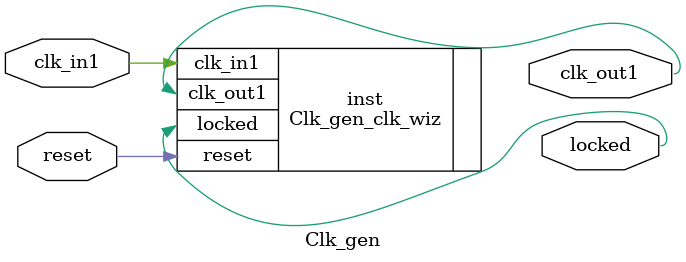
<source format=v>


`timescale 1ps/1ps

(* CORE_GENERATION_INFO = "Clk_gen,clk_wiz_v6_0_4_0_0,{component_name=Clk_gen,use_phase_alignment=true,use_min_o_jitter=false,use_max_i_jitter=false,use_dyn_phase_shift=false,use_inclk_switchover=false,use_dyn_reconfig=false,enable_axi=0,feedback_source=FDBK_AUTO,PRIMITIVE=MMCM,num_out_clk=1,clkin1_period=50.000,clkin2_period=10.0,use_power_down=false,use_reset=true,use_locked=true,use_inclk_stopped=false,feedback_type=SINGLE,CLOCK_MGR_TYPE=NA,manual_override=false}" *)

module Clk_gen 
 (
  // Clock out ports
  output        clk_out1,
  // Status and control signals
  input         reset,
  output        locked,
 // Clock in ports
  input         clk_in1
 );

  Clk_gen_clk_wiz inst
  (
  // Clock out ports  
  .clk_out1(clk_out1),
  // Status and control signals               
  .reset(reset), 
  .locked(locked),
 // Clock in ports
  .clk_in1(clk_in1)
  );

endmodule

</source>
